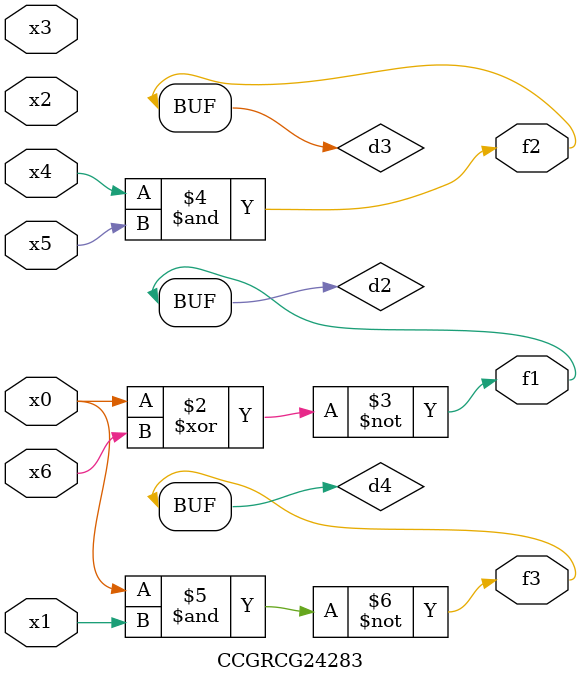
<source format=v>
module CCGRCG24283(
	input x0, x1, x2, x3, x4, x5, x6,
	output f1, f2, f3
);

	wire d1, d2, d3, d4;

	nor (d1, x0);
	xnor (d2, x0, x6);
	and (d3, x4, x5);
	nand (d4, x0, x1);
	assign f1 = d2;
	assign f2 = d3;
	assign f3 = d4;
endmodule

</source>
